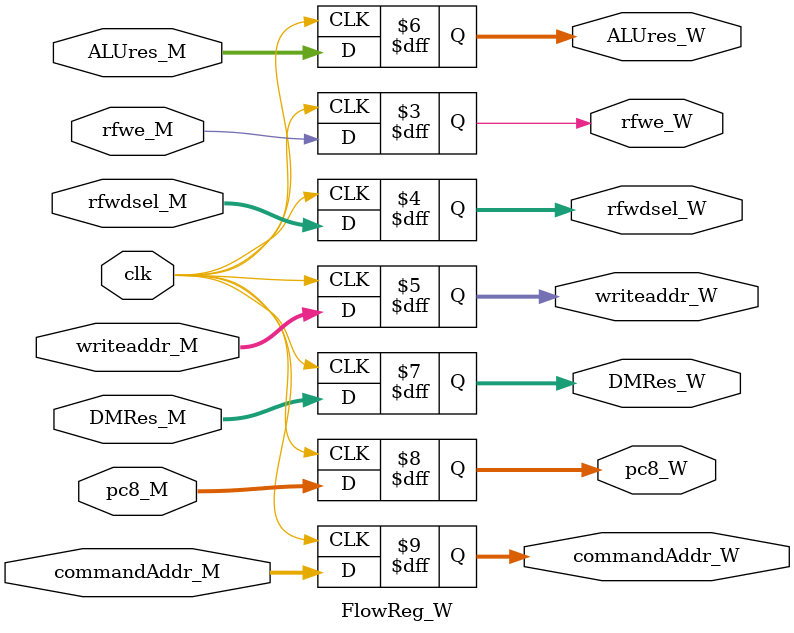
<source format=v>
module FlowReg_W (
    input  wire clk, rfwe_M, 
    input  wire [1:0] rfwdsel_M,
    input  wire [4:0] writeaddr_M,
    input  wire [31:0] ALUres_M, DMRes_M, pc8_M, commandAddr_M,
    output reg rfwe_W,
    output reg [1:0] rfwdsel_W,
    output reg [4:0] writeaddr_W,
    output reg [31:0] ALUres_W, DMRes_W, pc8_W, commandAddr_W
);

    initial begin
        rfwe_W <= 1'd0;
        writeaddr_W <= 2'd0;     rfwdsel_W <= 2'd0;
        ALUres_W <= 32'd0;  DMRes_W <= 32'd0;  pc8_W <= 32'd0;  commandAddr_W <= 32'd0;
    end

    always @(posedge clk ) begin
        rfwe_W <= rfwe_M;
        writeaddr_W <= writeaddr_M;   rfwdsel_W <= rfwdsel_M;
        ALUres_W <= ALUres_M;  DMRes_W <= DMRes_M;  pc8_W <= pc8_M;  commandAddr_W <= commandAddr_M;
    end

endmodule //FlowReg_W
</source>
